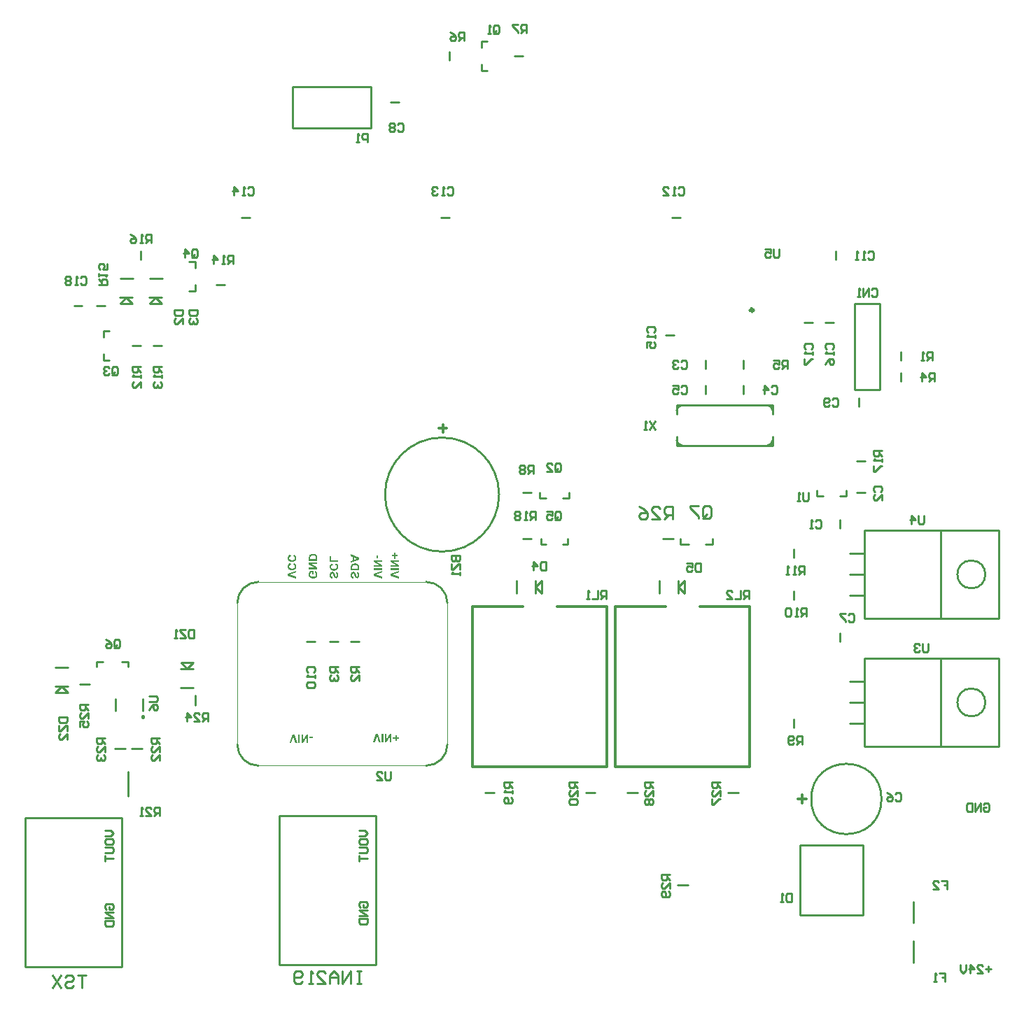
<source format=gbo>
G04 Layer_Color=32896*
%FSLAX25Y25*%
%MOIN*%
G70*
G01*
G75*
%ADD10C,0.01000*%
%ADD11C,0.01200*%
%ADD51C,0.00984*%
%ADD84C,0.01969*%
%ADD85C,0.01181*%
%ADD86C,0.00000*%
G36*
X795764Y482348D02*
X795607Y482306D01*
X795480Y482251D01*
X795365Y482197D01*
X795274Y482142D01*
X795208Y482094D01*
X795153Y482052D01*
X795129Y482027D01*
X795117Y482015D01*
X795050Y481924D01*
X795002Y481834D01*
X794966Y481743D01*
X794941Y481652D01*
X794929Y481580D01*
X794923Y481519D01*
X794917Y481495D01*
Y481477D01*
Y481471D01*
Y481465D01*
X794923Y481386D01*
X794929Y481314D01*
X794966Y481174D01*
X795014Y481053D01*
X795074Y480950D01*
X795135Y480872D01*
X795183Y480811D01*
X795220Y480775D01*
X795226Y480769D01*
X795232Y480763D01*
X795298Y480715D01*
X795371Y480678D01*
X795449Y480642D01*
X795534Y480612D01*
X795716Y480563D01*
X795891Y480533D01*
X795976Y480521D01*
X796055Y480509D01*
X796121Y480503D01*
X796188D01*
X796236Y480497D01*
X796309D01*
X796436Y480503D01*
X796557Y480509D01*
X796672Y480521D01*
X796768Y480539D01*
X796865Y480557D01*
X796950Y480581D01*
X797022Y480606D01*
X797089Y480636D01*
X797150Y480660D01*
X797198Y480684D01*
X797240Y480708D01*
X797277Y480727D01*
X797301Y480745D01*
X797325Y480757D01*
X797331Y480769D01*
X797337D01*
X797392Y480823D01*
X797446Y480878D01*
X797488Y480938D01*
X797525Y480993D01*
X797579Y481114D01*
X797615Y481229D01*
X797640Y481332D01*
X797646Y481374D01*
X797652Y481410D01*
X797658Y481440D01*
Y481465D01*
Y481477D01*
Y481483D01*
X797652Y481598D01*
X797627Y481701D01*
X797603Y481798D01*
X797567Y481876D01*
X797537Y481943D01*
X797507Y481985D01*
X797482Y482015D01*
X797476Y482027D01*
X797404Y482106D01*
X797325Y482166D01*
X797246Y482221D01*
X797168Y482257D01*
X797095Y482288D01*
X797041Y482312D01*
X797004Y482318D01*
X796998Y482324D01*
X796992D01*
X797180Y483116D01*
X797349Y483062D01*
X797494Y482995D01*
X797615Y482923D01*
X797718Y482856D01*
X797803Y482796D01*
X797857Y482747D01*
X797894Y482717D01*
X797906Y482711D01*
Y482705D01*
X797985Y482614D01*
X798051Y482523D01*
X798105Y482427D01*
X798160Y482330D01*
X798202Y482233D01*
X798233Y482130D01*
X798263Y482039D01*
X798287Y481943D01*
X798305Y481858D01*
X798317Y481779D01*
X798329Y481707D01*
X798335Y481646D01*
X798341Y481598D01*
Y481556D01*
Y481531D01*
Y481525D01*
X798335Y481374D01*
X798317Y481229D01*
X798293Y481090D01*
X798257Y480963D01*
X798214Y480842D01*
X798166Y480733D01*
X798118Y480630D01*
X798069Y480539D01*
X798015Y480454D01*
X797966Y480382D01*
X797918Y480321D01*
X797876Y480267D01*
X797839Y480231D01*
X797815Y480200D01*
X797797Y480182D01*
X797791Y480176D01*
X797682Y480085D01*
X797567Y480007D01*
X797446Y479940D01*
X797319Y479880D01*
X797192Y479831D01*
X797059Y479795D01*
X796938Y479759D01*
X796811Y479734D01*
X796696Y479710D01*
X796593Y479692D01*
X796496Y479686D01*
X796411Y479674D01*
X796345D01*
X796290Y479668D01*
X796248D01*
X796079Y479674D01*
X795915Y479692D01*
X795764Y479716D01*
X795625Y479746D01*
X795492Y479789D01*
X795371Y479831D01*
X795256Y479874D01*
X795159Y479922D01*
X795068Y479970D01*
X794990Y480013D01*
X794923Y480061D01*
X794869Y480097D01*
X794826Y480128D01*
X794796Y480152D01*
X794778Y480170D01*
X794772Y480176D01*
X794675Y480273D01*
X794596Y480376D01*
X794524Y480485D01*
X794463Y480593D01*
X794409Y480702D01*
X794367Y480811D01*
X794330Y480914D01*
X794300Y481017D01*
X794276Y481114D01*
X794264Y481199D01*
X794252Y481277D01*
X794240Y481344D01*
Y481398D01*
X794233Y481440D01*
Y481471D01*
Y481477D01*
X794240Y481592D01*
X794246Y481707D01*
X794264Y481810D01*
X794282Y481912D01*
X794306Y482003D01*
X794330Y482088D01*
X794360Y482166D01*
X794391Y482239D01*
X794421Y482306D01*
X794451Y482366D01*
X794476Y482414D01*
X794500Y482457D01*
X794518Y482487D01*
X794536Y482511D01*
X794542Y482523D01*
X794548Y482529D01*
X794609Y482608D01*
X794681Y482675D01*
X794832Y482802D01*
X794996Y482905D01*
X795153Y482983D01*
X795226Y483019D01*
X795298Y483050D01*
X795359Y483074D01*
X795413Y483092D01*
X795462Y483110D01*
X795492Y483122D01*
X795516Y483128D01*
X795522D01*
X795764Y482348D01*
D02*
G37*
G36*
Y478343D02*
X795607Y478301D01*
X795480Y478246D01*
X795365Y478192D01*
X795274Y478137D01*
X795208Y478089D01*
X795153Y478047D01*
X795129Y478022D01*
X795117Y478010D01*
X795050Y477919D01*
X795002Y477829D01*
X794966Y477738D01*
X794941Y477647D01*
X794929Y477574D01*
X794923Y477514D01*
X794917Y477490D01*
Y477472D01*
Y477466D01*
Y477460D01*
X794923Y477381D01*
X794929Y477308D01*
X794966Y477169D01*
X795014Y477048D01*
X795074Y476945D01*
X795135Y476867D01*
X795183Y476806D01*
X795220Y476770D01*
X795226Y476764D01*
X795232Y476758D01*
X795298Y476709D01*
X795371Y476673D01*
X795449Y476637D01*
X795534Y476607D01*
X795716Y476558D01*
X795891Y476528D01*
X795976Y476516D01*
X796055Y476504D01*
X796121Y476498D01*
X796188D01*
X796236Y476492D01*
X796309D01*
X796436Y476498D01*
X796557Y476504D01*
X796672Y476516D01*
X796768Y476534D01*
X796865Y476552D01*
X796950Y476576D01*
X797022Y476601D01*
X797089Y476631D01*
X797150Y476655D01*
X797198Y476679D01*
X797240Y476703D01*
X797277Y476721D01*
X797301Y476740D01*
X797325Y476752D01*
X797331Y476764D01*
X797337D01*
X797392Y476818D01*
X797446Y476873D01*
X797488Y476933D01*
X797525Y476988D01*
X797579Y477109D01*
X797615Y477224D01*
X797640Y477326D01*
X797646Y477369D01*
X797652Y477405D01*
X797658Y477435D01*
Y477460D01*
Y477472D01*
Y477478D01*
X797652Y477593D01*
X797627Y477696D01*
X797603Y477792D01*
X797567Y477871D01*
X797537Y477938D01*
X797507Y477980D01*
X797482Y478010D01*
X797476Y478022D01*
X797404Y478101D01*
X797325Y478161D01*
X797246Y478216D01*
X797168Y478252D01*
X797095Y478282D01*
X797041Y478307D01*
X797004Y478313D01*
X796998Y478319D01*
X796992D01*
X797180Y479111D01*
X797349Y479057D01*
X797494Y478990D01*
X797615Y478918D01*
X797718Y478851D01*
X797803Y478791D01*
X797857Y478742D01*
X797894Y478712D01*
X797906Y478706D01*
Y478700D01*
X797985Y478609D01*
X798051Y478518D01*
X798105Y478422D01*
X798160Y478325D01*
X798202Y478228D01*
X798233Y478125D01*
X798263Y478034D01*
X798287Y477938D01*
X798305Y477853D01*
X798317Y477774D01*
X798329Y477702D01*
X798335Y477641D01*
X798341Y477593D01*
Y477550D01*
Y477526D01*
Y477520D01*
X798335Y477369D01*
X798317Y477224D01*
X798293Y477084D01*
X798257Y476957D01*
X798214Y476836D01*
X798166Y476727D01*
X798118Y476625D01*
X798069Y476534D01*
X798015Y476449D01*
X797966Y476377D01*
X797918Y476316D01*
X797876Y476262D01*
X797839Y476225D01*
X797815Y476195D01*
X797797Y476177D01*
X797791Y476171D01*
X797682Y476080D01*
X797567Y476002D01*
X797446Y475935D01*
X797319Y475875D01*
X797192Y475826D01*
X797059Y475790D01*
X796938Y475753D01*
X796811Y475729D01*
X796696Y475705D01*
X796593Y475687D01*
X796496Y475681D01*
X796411Y475669D01*
X796345D01*
X796290Y475663D01*
X796248D01*
X796079Y475669D01*
X795915Y475687D01*
X795764Y475711D01*
X795625Y475741D01*
X795492Y475784D01*
X795371Y475826D01*
X795256Y475869D01*
X795159Y475917D01*
X795068Y475965D01*
X794990Y476008D01*
X794923Y476056D01*
X794869Y476092D01*
X794826Y476123D01*
X794796Y476147D01*
X794778Y476165D01*
X794772Y476171D01*
X794675Y476268D01*
X794596Y476371D01*
X794524Y476479D01*
X794463Y476588D01*
X794409Y476697D01*
X794367Y476806D01*
X794330Y476909D01*
X794300Y477012D01*
X794276Y477109D01*
X794264Y477193D01*
X794252Y477272D01*
X794240Y477339D01*
Y477393D01*
X794233Y477435D01*
Y477466D01*
Y477472D01*
X794240Y477587D01*
X794246Y477702D01*
X794264Y477804D01*
X794282Y477907D01*
X794306Y477998D01*
X794330Y478083D01*
X794360Y478161D01*
X794391Y478234D01*
X794421Y478301D01*
X794451Y478361D01*
X794476Y478409D01*
X794500Y478452D01*
X794518Y478482D01*
X794536Y478506D01*
X794542Y478518D01*
X794548Y478524D01*
X794609Y478603D01*
X794681Y478670D01*
X794832Y478797D01*
X794996Y478899D01*
X795153Y478978D01*
X795226Y479014D01*
X795298Y479045D01*
X795359Y479069D01*
X795413Y479087D01*
X795462Y479105D01*
X795492Y479117D01*
X795516Y479123D01*
X795522D01*
X795764Y478343D01*
D02*
G37*
G36*
X798275Y474544D02*
X795335Y473575D01*
X798275Y472565D01*
Y471700D01*
X794300Y473122D01*
Y473987D01*
X798275Y475403D01*
Y474544D01*
D02*
G37*
G36*
X806430Y473684D02*
X805758D01*
Y474598D01*
X805250D01*
X805195Y474525D01*
X805153Y474453D01*
X805111Y474380D01*
X805074Y474314D01*
X805044Y474253D01*
X805026Y474205D01*
X805014Y474174D01*
X805008Y474162D01*
X804978Y474065D01*
X804953Y473975D01*
X804935Y473890D01*
X804923Y473817D01*
X804917Y473751D01*
X804911Y473702D01*
Y473672D01*
Y473660D01*
X804917Y473569D01*
X804929Y473479D01*
X804941Y473394D01*
X804965Y473315D01*
X805020Y473176D01*
X805087Y473061D01*
X805117Y473007D01*
X805153Y472964D01*
X805183Y472928D01*
X805208Y472892D01*
X805232Y472868D01*
X805250Y472850D01*
X805256Y472844D01*
X805262Y472837D01*
X805335Y472783D01*
X805413Y472735D01*
X805492Y472692D01*
X805577Y472662D01*
X805758Y472602D01*
X805927Y472565D01*
X806012Y472553D01*
X806085Y472547D01*
X806151Y472541D01*
X806212Y472535D01*
X806260Y472529D01*
X806327D01*
X806448Y472535D01*
X806557Y472541D01*
X806666Y472559D01*
X806762Y472577D01*
X806847Y472602D01*
X806932Y472626D01*
X807004Y472650D01*
X807071Y472680D01*
X807131Y472710D01*
X807180Y472735D01*
X807222Y472759D01*
X807258Y472783D01*
X807283Y472801D01*
X807301Y472819D01*
X807313Y472825D01*
X807319Y472831D01*
X807379Y472892D01*
X807434Y472958D01*
X807476Y473025D01*
X807513Y473092D01*
X807573Y473231D01*
X807615Y473364D01*
X807640Y473485D01*
X807646Y473533D01*
X807652Y473582D01*
X807658Y473618D01*
Y473642D01*
Y473660D01*
Y473666D01*
X807652Y473787D01*
X807634Y473902D01*
X807603Y473999D01*
X807573Y474084D01*
X807543Y474150D01*
X807513Y474199D01*
X807494Y474229D01*
X807488Y474241D01*
X807422Y474320D01*
X807343Y474386D01*
X807271Y474441D01*
X807198Y474483D01*
X807131Y474519D01*
X807077Y474537D01*
X807041Y474549D01*
X807035Y474556D01*
X807028D01*
X807180Y475354D01*
X807277Y475330D01*
X807373Y475294D01*
X807537Y475221D01*
X807615Y475179D01*
X807682Y475130D01*
X807749Y475088D01*
X807803Y475040D01*
X807857Y474997D01*
X807900Y474955D01*
X807936Y474919D01*
X807972Y474882D01*
X807997Y474858D01*
X808015Y474834D01*
X808021Y474822D01*
X808027Y474816D01*
X808081Y474737D01*
X808130Y474646D01*
X808172Y474556D01*
X808208Y474465D01*
X808263Y474271D01*
X808305Y474090D01*
X808317Y473999D01*
X808323Y473920D01*
X808329Y473848D01*
X808335Y473787D01*
X808341Y473739D01*
Y473697D01*
Y473672D01*
Y473666D01*
X808335Y473460D01*
X808311Y473279D01*
X808293Y473194D01*
X808281Y473116D01*
X808263Y473043D01*
X808245Y472977D01*
X808220Y472922D01*
X808202Y472868D01*
X808190Y472825D01*
X808172Y472783D01*
X808160Y472753D01*
X808148Y472735D01*
X808142Y472722D01*
Y472716D01*
X808033Y472541D01*
X807918Y472384D01*
X807791Y472257D01*
X807670Y472148D01*
X807567Y472063D01*
X807519Y472033D01*
X807476Y472003D01*
X807446Y471984D01*
X807422Y471966D01*
X807404Y471960D01*
X807398Y471954D01*
X807210Y471869D01*
X807022Y471809D01*
X806835Y471761D01*
X806666Y471730D01*
X806587Y471724D01*
X806520Y471712D01*
X806454Y471706D01*
X806399D01*
X806357Y471700D01*
X806297D01*
X806085Y471712D01*
X805885Y471736D01*
X805710Y471773D01*
X805625Y471791D01*
X805546Y471815D01*
X805480Y471839D01*
X805419Y471857D01*
X805365Y471875D01*
X805316Y471894D01*
X805280Y471912D01*
X805256Y471918D01*
X805238Y471930D01*
X805232D01*
X805062Y472027D01*
X804911Y472136D01*
X804784Y472251D01*
X804681Y472360D01*
X804597Y472462D01*
X804560Y472505D01*
X804536Y472547D01*
X804518Y472577D01*
X804500Y472602D01*
X804494Y472614D01*
X804488Y472620D01*
X804439Y472710D01*
X804403Y472801D01*
X804336Y472989D01*
X804294Y473170D01*
X804258Y473340D01*
X804252Y473418D01*
X804239Y473485D01*
X804233Y473551D01*
Y473606D01*
X804227Y473648D01*
Y473678D01*
Y473702D01*
Y473709D01*
X804233Y473890D01*
X804258Y474065D01*
X804288Y474229D01*
X804318Y474374D01*
X804336Y474441D01*
X804354Y474501D01*
X804367Y474549D01*
X804379Y474592D01*
X804391Y474628D01*
X804403Y474652D01*
X804409Y474671D01*
Y474677D01*
X804482Y474846D01*
X804554Y474991D01*
X804627Y475118D01*
X804693Y475221D01*
X804754Y475306D01*
X804796Y475360D01*
X804826Y475397D01*
X804838Y475409D01*
X806430D01*
Y473684D01*
D02*
G37*
G36*
X815589Y474925D02*
X815710Y474906D01*
X815819Y474876D01*
X815909Y474852D01*
X815982Y474822D01*
X816042Y474792D01*
X816073Y474773D01*
X816085Y474767D01*
X816175Y474701D01*
X816260Y474634D01*
X816327Y474562D01*
X816387Y474489D01*
X816430Y474429D01*
X816466Y474380D01*
X816484Y474344D01*
X816490Y474338D01*
Y474332D01*
X816520Y474277D01*
X816545Y474217D01*
X816599Y474078D01*
X816641Y473939D01*
X816690Y473793D01*
X816720Y473666D01*
X816738Y473612D01*
X816750Y473563D01*
X816762Y473521D01*
X816768Y473491D01*
X816774Y473473D01*
Y473467D01*
X816799Y473364D01*
X816829Y473267D01*
X816853Y473182D01*
X816877Y473110D01*
X816895Y473037D01*
X816920Y472983D01*
X816938Y472928D01*
X816962Y472886D01*
X816980Y472844D01*
X816992Y472813D01*
X817016Y472765D01*
X817035Y472741D01*
X817041Y472735D01*
X817083Y472698D01*
X817119Y472668D01*
X817162Y472650D01*
X817198Y472632D01*
X817234Y472626D01*
X817258Y472620D01*
X817283D01*
X817337Y472626D01*
X817385Y472638D01*
X817428Y472656D01*
X817464Y472680D01*
X817494Y472704D01*
X817513Y472722D01*
X817525Y472735D01*
X817531Y472741D01*
X817579Y472819D01*
X817615Y472910D01*
X817640Y473001D01*
X817658Y473085D01*
X817670Y473164D01*
X817676Y473231D01*
Y473255D01*
Y473273D01*
Y473279D01*
Y473285D01*
X817670Y473406D01*
X817652Y473509D01*
X817634Y473594D01*
X817609Y473666D01*
X817579Y473721D01*
X817561Y473757D01*
X817543Y473781D01*
X817537Y473787D01*
X817482Y473848D01*
X817416Y473896D01*
X817343Y473932D01*
X817271Y473963D01*
X817204Y473987D01*
X817150Y473999D01*
X817113Y474011D01*
X817101D01*
X817131Y474816D01*
X817228Y474810D01*
X817325Y474792D01*
X817416Y474767D01*
X817500Y474743D01*
X817646Y474677D01*
X817712Y474646D01*
X817773Y474610D01*
X817827Y474574D01*
X817876Y474537D01*
X817918Y474507D01*
X817948Y474477D01*
X817972Y474453D01*
X817990Y474435D01*
X818003Y474423D01*
X818009Y474416D01*
X818069Y474344D01*
X818118Y474259D01*
X818166Y474174D01*
X818202Y474084D01*
X818263Y473896D01*
X818299Y473715D01*
X818311Y473630D01*
X818323Y473551D01*
X818329Y473479D01*
X818335Y473412D01*
X818341Y473364D01*
Y473321D01*
Y473297D01*
Y473291D01*
X818335Y473128D01*
X818317Y472977D01*
X818299Y472844D01*
X818275Y472728D01*
X818245Y472638D01*
X818233Y472602D01*
X818227Y472571D01*
X818214Y472547D01*
X818208Y472523D01*
X818202Y472517D01*
Y472511D01*
X818148Y472396D01*
X818081Y472299D01*
X818015Y472214D01*
X817948Y472148D01*
X817888Y472093D01*
X817839Y472051D01*
X817809Y472027D01*
X817803Y472021D01*
X817797D01*
X817694Y471966D01*
X817597Y471924D01*
X817500Y471894D01*
X817416Y471875D01*
X817337Y471863D01*
X817283Y471851D01*
X817228D01*
X817144Y471857D01*
X817059Y471869D01*
X816980Y471888D01*
X816908Y471906D01*
X816768Y471966D01*
X816653Y472033D01*
X816605Y472069D01*
X816557Y472099D01*
X816520Y472130D01*
X816490Y472160D01*
X816466Y472178D01*
X816448Y472196D01*
X816436Y472208D01*
X816430Y472214D01*
X816387Y472269D01*
X816345Y472329D01*
X816266Y472462D01*
X816200Y472614D01*
X816145Y472765D01*
X816097Y472898D01*
X816079Y472958D01*
X816067Y473013D01*
X816055Y473055D01*
X816042Y473085D01*
X816036Y473110D01*
Y473116D01*
X816012Y473207D01*
X815994Y473285D01*
X815976Y473358D01*
X815958Y473424D01*
X815940Y473485D01*
X815928Y473533D01*
X815915Y473582D01*
X815903Y473618D01*
X815885Y473678D01*
X815873Y473721D01*
X815861Y473745D01*
Y473751D01*
X815831Y473823D01*
X815800Y473884D01*
X815776Y473932D01*
X815746Y473975D01*
X815722Y474005D01*
X815704Y474023D01*
X815691Y474035D01*
X815685Y474041D01*
X815649Y474072D01*
X815607Y474090D01*
X815534Y474114D01*
X815498Y474120D01*
X815474Y474126D01*
X815450D01*
X815371Y474120D01*
X815298Y474096D01*
X815232Y474065D01*
X815177Y474029D01*
X815129Y473987D01*
X815099Y473957D01*
X815074Y473932D01*
X815068Y473926D01*
X815014Y473848D01*
X814972Y473757D01*
X814947Y473660D01*
X814923Y473563D01*
X814911Y473479D01*
X814905Y473412D01*
Y473382D01*
Y473364D01*
Y473352D01*
Y473346D01*
X814911Y473212D01*
X814935Y473098D01*
X814966Y473001D01*
X814996Y472916D01*
X815032Y472850D01*
X815056Y472801D01*
X815081Y472771D01*
X815086Y472759D01*
X815165Y472686D01*
X815256Y472626D01*
X815353Y472577D01*
X815444Y472541D01*
X815534Y472511D01*
X815601Y472493D01*
X815631Y472486D01*
X815649D01*
X815661Y472480D01*
X815667D01*
X815589Y471700D01*
X815468Y471718D01*
X815353Y471742D01*
X815244Y471773D01*
X815147Y471803D01*
X815056Y471845D01*
X814972Y471881D01*
X814899Y471924D01*
X814826Y471966D01*
X814772Y472009D01*
X814717Y472045D01*
X814675Y472081D01*
X814639Y472111D01*
X814609Y472142D01*
X814590Y472160D01*
X814578Y472172D01*
X814572Y472178D01*
X814512Y472257D01*
X814457Y472347D01*
X814415Y472438D01*
X814373Y472529D01*
X814342Y472626D01*
X814312Y472722D01*
X814270Y472910D01*
X814258Y473001D01*
X814246Y473079D01*
X814240Y473152D01*
X814233Y473212D01*
X814227Y473267D01*
Y473309D01*
Y473334D01*
Y473340D01*
X814233Y473527D01*
X814252Y473690D01*
X814270Y473836D01*
X814300Y473963D01*
X814312Y474017D01*
X814324Y474065D01*
X814336Y474102D01*
X814342Y474138D01*
X814354Y474162D01*
X814361Y474181D01*
X814367Y474193D01*
Y474199D01*
X814427Y474326D01*
X814500Y474429D01*
X814572Y474525D01*
X814645Y474598D01*
X814705Y474658D01*
X814760Y474701D01*
X814796Y474731D01*
X814802Y474737D01*
X814808D01*
X814923Y474804D01*
X815038Y474852D01*
X815147Y474882D01*
X815244Y474906D01*
X815329Y474919D01*
X815395Y474931D01*
X815456D01*
X815589Y474925D01*
D02*
G37*
G36*
X806448Y483473D02*
X806629Y483461D01*
X806793Y483437D01*
X806859Y483425D01*
X806926Y483413D01*
X806986Y483401D01*
X807035Y483389D01*
X807083Y483377D01*
X807119Y483364D01*
X807150Y483358D01*
X807168Y483352D01*
X807180Y483346D01*
X807186D01*
X807325Y483292D01*
X807446Y483231D01*
X807555Y483171D01*
X807652Y483110D01*
X807724Y483050D01*
X807779Y483007D01*
X807815Y482977D01*
X807827Y482971D01*
Y482965D01*
X807918Y482868D01*
X807997Y482765D01*
X808063Y482669D01*
X808111Y482578D01*
X808148Y482493D01*
X808178Y482433D01*
X808184Y482409D01*
X808190Y482390D01*
X808196Y482378D01*
Y482372D01*
X808220Y482263D01*
X808245Y482142D01*
X808257Y482021D01*
X808263Y481894D01*
X808269Y481785D01*
X808275Y481737D01*
Y481701D01*
Y481664D01*
Y481640D01*
Y481622D01*
Y481616D01*
Y480158D01*
X804300D01*
Y481658D01*
X804306Y481816D01*
X804312Y481961D01*
X804324Y482082D01*
X804342Y482179D01*
X804354Y482263D01*
X804367Y482318D01*
X804373Y482354D01*
X804379Y482366D01*
X804427Y482493D01*
X804475Y482602D01*
X804530Y482699D01*
X804584Y482784D01*
X804627Y482844D01*
X804663Y482893D01*
X804693Y482917D01*
X804699Y482929D01*
X804808Y483026D01*
X804923Y483110D01*
X805038Y483183D01*
X805153Y483243D01*
X805250Y483292D01*
X805292Y483310D01*
X805328Y483328D01*
X805359Y483340D01*
X805383Y483346D01*
X805395Y483352D01*
X805401D01*
X805540Y483395D01*
X805686Y483425D01*
X805825Y483449D01*
X805958Y483461D01*
X806073Y483473D01*
X806121D01*
X806163Y483479D01*
X806248D01*
X806448Y483473D01*
D02*
G37*
G36*
X808275Y478567D02*
X805607D01*
X808275Y476927D01*
Y476153D01*
X804300D01*
Y476897D01*
X806907D01*
X804300Y478506D01*
Y479311D01*
X808275D01*
Y478567D01*
D02*
G37*
G36*
X806129Y395591D02*
X804640D01*
Y396353D01*
X806129D01*
Y395591D01*
D02*
G37*
G36*
X846056Y396012D02*
X847096D01*
Y395310D01*
X846056D01*
Y394282D01*
X845360D01*
Y395310D01*
X844319D01*
Y396012D01*
X845360D01*
Y397040D01*
X846056D01*
Y396012D01*
D02*
G37*
G36*
X839727Y393634D02*
X838923D01*
Y397609D01*
X839727D01*
Y393634D01*
D02*
G37*
G36*
X838542D02*
X837683D01*
X836714Y396574D01*
X835704Y393634D01*
X834839D01*
X836261Y397609D01*
X837126D01*
X838542Y393634D01*
D02*
G37*
G36*
X843648D02*
X842904D01*
Y396302D01*
X841264Y393634D01*
X840490D01*
Y397609D01*
X841234D01*
Y395002D01*
X842843Y397609D01*
X843648D01*
Y393634D01*
D02*
G37*
G36*
X803884Y393437D02*
X803140D01*
Y396105D01*
X801500Y393437D01*
X800726D01*
Y397412D01*
X801470D01*
Y394805D01*
X803079Y397412D01*
X803884D01*
Y393437D01*
D02*
G37*
G36*
X799964D02*
X799159D01*
Y397412D01*
X799964D01*
Y393437D01*
D02*
G37*
G36*
X798778D02*
X797919D01*
X796951Y396378D01*
X795940Y393437D01*
X795075D01*
X796497Y397412D01*
X797362D01*
X798778Y393437D01*
D02*
G37*
G36*
X847275Y475784D02*
X843300D01*
Y476588D01*
X847275D01*
Y475784D01*
D02*
G37*
G36*
Y474544D02*
X844335Y473575D01*
X847275Y472565D01*
Y471700D01*
X843300Y473122D01*
Y473987D01*
X847275Y475403D01*
Y474544D01*
D02*
G37*
G36*
X839275Y475784D02*
X835300D01*
Y476588D01*
X839275D01*
Y475784D01*
D02*
G37*
G36*
Y474544D02*
X836335Y473575D01*
X839275Y472565D01*
Y471700D01*
X835300Y473122D01*
Y473987D01*
X839275Y475403D01*
Y474544D01*
D02*
G37*
G36*
X845599Y482917D02*
X846628D01*
Y482221D01*
X845599D01*
Y481180D01*
X844897D01*
Y482221D01*
X843869D01*
Y482917D01*
X844897D01*
Y483957D01*
X845599D01*
Y482917D01*
D02*
G37*
G36*
X847275Y479765D02*
X844607D01*
X847275Y478125D01*
Y477351D01*
X843300D01*
Y478095D01*
X845908D01*
X843300Y479704D01*
Y480509D01*
X847275D01*
Y479765D01*
D02*
G37*
G36*
X828275Y481604D02*
Y480757D01*
X824300Y479214D01*
Y480061D01*
X825201Y480388D01*
Y481991D01*
X824300Y482330D01*
Y483201D01*
X828275Y481604D01*
D02*
G37*
G36*
X814972Y480442D02*
X818239D01*
Y479638D01*
X814300D01*
Y482433D01*
X814972D01*
Y480442D01*
D02*
G37*
G36*
X837121Y481265D02*
X836359D01*
Y482753D01*
X837121D01*
Y481265D01*
D02*
G37*
G36*
X815764Y478149D02*
X815607Y478107D01*
X815480Y478053D01*
X815365Y477998D01*
X815274Y477944D01*
X815207Y477895D01*
X815153Y477853D01*
X815129Y477829D01*
X815117Y477817D01*
X815050Y477726D01*
X815002Y477635D01*
X814966Y477544D01*
X814941Y477454D01*
X814929Y477381D01*
X814923Y477320D01*
X814917Y477296D01*
Y477278D01*
Y477272D01*
Y477266D01*
X814923Y477187D01*
X814929Y477115D01*
X814966Y476976D01*
X815014Y476855D01*
X815074Y476752D01*
X815135Y476673D01*
X815183Y476613D01*
X815220Y476576D01*
X815226Y476570D01*
X815232Y476564D01*
X815298Y476516D01*
X815371Y476479D01*
X815450Y476443D01*
X815534Y476413D01*
X815716Y476365D01*
X815891Y476334D01*
X815976Y476322D01*
X816055Y476310D01*
X816121Y476304D01*
X816188D01*
X816236Y476298D01*
X816309D01*
X816436Y476304D01*
X816557Y476310D01*
X816672Y476322D01*
X816768Y476340D01*
X816865Y476359D01*
X816950Y476383D01*
X817023Y476407D01*
X817089Y476437D01*
X817150Y476461D01*
X817198Y476485D01*
X817240Y476510D01*
X817277Y476528D01*
X817301Y476546D01*
X817325Y476558D01*
X817331Y476570D01*
X817337D01*
X817392Y476625D01*
X817446Y476679D01*
X817488Y476740D01*
X817525Y476794D01*
X817579Y476915D01*
X817615Y477030D01*
X817640Y477133D01*
X817646Y477175D01*
X817652Y477212D01*
X817658Y477242D01*
Y477266D01*
Y477278D01*
Y477284D01*
X817652Y477399D01*
X817628Y477502D01*
X817603Y477599D01*
X817567Y477677D01*
X817537Y477744D01*
X817507Y477786D01*
X817482Y477817D01*
X817476Y477829D01*
X817404Y477907D01*
X817325Y477968D01*
X817246Y478022D01*
X817168Y478059D01*
X817095Y478089D01*
X817041Y478113D01*
X817004Y478119D01*
X816998Y478125D01*
X816992D01*
X817180Y478918D01*
X817349Y478863D01*
X817494Y478797D01*
X817615Y478724D01*
X817718Y478657D01*
X817803Y478597D01*
X817857Y478549D01*
X817894Y478518D01*
X817906Y478512D01*
Y478506D01*
X817984Y478415D01*
X818051Y478325D01*
X818106Y478228D01*
X818160Y478131D01*
X818202Y478034D01*
X818233Y477931D01*
X818263Y477841D01*
X818287Y477744D01*
X818305Y477659D01*
X818317Y477581D01*
X818329Y477508D01*
X818335Y477448D01*
X818341Y477399D01*
Y477357D01*
Y477332D01*
Y477326D01*
X818335Y477175D01*
X818317Y477030D01*
X818293Y476891D01*
X818257Y476764D01*
X818214Y476643D01*
X818166Y476534D01*
X818118Y476431D01*
X818069Y476340D01*
X818015Y476256D01*
X817966Y476183D01*
X817918Y476123D01*
X817876Y476068D01*
X817839Y476032D01*
X817815Y476002D01*
X817797Y475983D01*
X817791Y475977D01*
X817682Y475887D01*
X817567Y475808D01*
X817446Y475741D01*
X817319Y475681D01*
X817192Y475632D01*
X817059Y475596D01*
X816938Y475560D01*
X816811Y475536D01*
X816696Y475512D01*
X816593Y475493D01*
X816496Y475487D01*
X816411Y475475D01*
X816345D01*
X816290Y475469D01*
X816248D01*
X816079Y475475D01*
X815915Y475493D01*
X815764Y475518D01*
X815625Y475548D01*
X815492Y475590D01*
X815371Y475632D01*
X815256Y475675D01*
X815159Y475723D01*
X815068Y475772D01*
X814990Y475814D01*
X814923Y475862D01*
X814869Y475899D01*
X814826Y475929D01*
X814796Y475953D01*
X814778Y475971D01*
X814772Y475977D01*
X814675Y476074D01*
X814596Y476177D01*
X814524Y476286D01*
X814463Y476395D01*
X814409Y476504D01*
X814367Y476613D01*
X814330Y476715D01*
X814300Y476818D01*
X814276Y476915D01*
X814264Y477000D01*
X814252Y477078D01*
X814240Y477145D01*
Y477199D01*
X814233Y477242D01*
Y477272D01*
Y477278D01*
X814240Y477393D01*
X814246Y477508D01*
X814264Y477611D01*
X814282Y477714D01*
X814306Y477804D01*
X814330Y477889D01*
X814361Y477968D01*
X814391Y478040D01*
X814421Y478107D01*
X814451Y478167D01*
X814476Y478216D01*
X814500Y478258D01*
X814518Y478289D01*
X814536Y478313D01*
X814542Y478325D01*
X814548Y478331D01*
X814609Y478409D01*
X814681Y478476D01*
X814832Y478603D01*
X814996Y478706D01*
X815153Y478785D01*
X815226Y478821D01*
X815298Y478851D01*
X815359Y478875D01*
X815413Y478894D01*
X815462Y478912D01*
X815492Y478924D01*
X815516Y478930D01*
X815522D01*
X815764Y478149D01*
D02*
G37*
G36*
X839275Y479765D02*
X836607D01*
X839275Y478125D01*
Y477351D01*
X835300D01*
Y478095D01*
X837908D01*
X835300Y479704D01*
Y480509D01*
X839275D01*
Y479765D01*
D02*
G37*
G36*
X826448Y478930D02*
X826629Y478918D01*
X826793Y478894D01*
X826859Y478881D01*
X826926Y478869D01*
X826986Y478857D01*
X827035Y478845D01*
X827083Y478833D01*
X827119Y478821D01*
X827150Y478815D01*
X827168Y478809D01*
X827180Y478803D01*
X827186D01*
X827325Y478748D01*
X827446Y478688D01*
X827555Y478627D01*
X827652Y478567D01*
X827724Y478506D01*
X827779Y478464D01*
X827815Y478434D01*
X827827Y478428D01*
Y478422D01*
X827918Y478325D01*
X827997Y478222D01*
X828063Y478125D01*
X828111Y478034D01*
X828148Y477950D01*
X828178Y477889D01*
X828184Y477865D01*
X828190Y477847D01*
X828196Y477835D01*
Y477829D01*
X828220Y477720D01*
X828245Y477599D01*
X828257Y477478D01*
X828263Y477351D01*
X828269Y477242D01*
X828275Y477193D01*
Y477157D01*
Y477121D01*
Y477097D01*
Y477078D01*
Y477072D01*
Y475614D01*
X824300D01*
Y477115D01*
X824306Y477272D01*
X824312Y477417D01*
X824324Y477538D01*
X824342Y477635D01*
X824354Y477720D01*
X824366Y477774D01*
X824373Y477810D01*
X824379Y477823D01*
X824427Y477950D01*
X824475Y478059D01*
X824530Y478155D01*
X824584Y478240D01*
X824627Y478301D01*
X824663Y478349D01*
X824693Y478373D01*
X824699Y478385D01*
X824808Y478482D01*
X824923Y478567D01*
X825038Y478639D01*
X825153Y478700D01*
X825250Y478748D01*
X825292Y478766D01*
X825329Y478785D01*
X825359Y478797D01*
X825383Y478803D01*
X825395Y478809D01*
X825401D01*
X825540Y478851D01*
X825685Y478881D01*
X825825Y478906D01*
X825958Y478918D01*
X826073Y478930D01*
X826121D01*
X826163Y478936D01*
X826248D01*
X826448Y478930D01*
D02*
G37*
G36*
X825589Y474925D02*
X825710Y474906D01*
X825819Y474876D01*
X825909Y474852D01*
X825982Y474822D01*
X826042Y474792D01*
X826073Y474773D01*
X826085Y474767D01*
X826175Y474701D01*
X826260Y474634D01*
X826327Y474562D01*
X826387Y474489D01*
X826430Y474429D01*
X826466Y474380D01*
X826484Y474344D01*
X826490Y474338D01*
Y474332D01*
X826520Y474277D01*
X826544Y474217D01*
X826599Y474078D01*
X826641Y473939D01*
X826690Y473793D01*
X826720Y473666D01*
X826738Y473612D01*
X826750Y473563D01*
X826762Y473521D01*
X826768Y473491D01*
X826775Y473473D01*
Y473467D01*
X826799Y473364D01*
X826829Y473267D01*
X826853Y473182D01*
X826877Y473110D01*
X826895Y473037D01*
X826920Y472983D01*
X826938Y472928D01*
X826962Y472886D01*
X826980Y472844D01*
X826992Y472813D01*
X827017Y472765D01*
X827035Y472741D01*
X827041Y472735D01*
X827083Y472698D01*
X827119Y472668D01*
X827162Y472650D01*
X827198Y472632D01*
X827234Y472626D01*
X827258Y472620D01*
X827283D01*
X827337Y472626D01*
X827386Y472638D01*
X827428Y472656D01*
X827464Y472680D01*
X827494Y472704D01*
X827513Y472722D01*
X827525Y472735D01*
X827531Y472741D01*
X827579Y472819D01*
X827615Y472910D01*
X827640Y473001D01*
X827658Y473085D01*
X827670Y473164D01*
X827676Y473231D01*
Y473255D01*
Y473273D01*
Y473279D01*
Y473285D01*
X827670Y473406D01*
X827652Y473509D01*
X827633Y473594D01*
X827609Y473666D01*
X827579Y473721D01*
X827561Y473757D01*
X827543Y473781D01*
X827537Y473787D01*
X827482Y473848D01*
X827416Y473896D01*
X827343Y473932D01*
X827271Y473963D01*
X827204Y473987D01*
X827150Y473999D01*
X827113Y474011D01*
X827101D01*
X827131Y474816D01*
X827228Y474810D01*
X827325Y474792D01*
X827416Y474767D01*
X827500Y474743D01*
X827646Y474677D01*
X827712Y474646D01*
X827773Y474610D01*
X827827Y474574D01*
X827876Y474537D01*
X827918Y474507D01*
X827948Y474477D01*
X827972Y474453D01*
X827991Y474435D01*
X828003Y474423D01*
X828009Y474416D01*
X828069Y474344D01*
X828117Y474259D01*
X828166Y474174D01*
X828202Y474084D01*
X828263Y473896D01*
X828299Y473715D01*
X828311Y473630D01*
X828323Y473551D01*
X828329Y473479D01*
X828335Y473412D01*
X828341Y473364D01*
Y473321D01*
Y473297D01*
Y473291D01*
X828335Y473128D01*
X828317Y472977D01*
X828299Y472844D01*
X828275Y472728D01*
X828245Y472638D01*
X828232Y472602D01*
X828226Y472571D01*
X828214Y472547D01*
X828208Y472523D01*
X828202Y472517D01*
Y472511D01*
X828148Y472396D01*
X828081Y472299D01*
X828015Y472214D01*
X827948Y472148D01*
X827888Y472093D01*
X827839Y472051D01*
X827809Y472027D01*
X827803Y472021D01*
X827797D01*
X827694Y471966D01*
X827597Y471924D01*
X827500Y471894D01*
X827416Y471875D01*
X827337Y471863D01*
X827283Y471851D01*
X827228D01*
X827143Y471857D01*
X827059Y471869D01*
X826980Y471888D01*
X826908Y471906D01*
X826768Y471966D01*
X826653Y472033D01*
X826605Y472069D01*
X826557Y472099D01*
X826520Y472130D01*
X826490Y472160D01*
X826466Y472178D01*
X826448Y472196D01*
X826436Y472208D01*
X826430Y472214D01*
X826387Y472269D01*
X826345Y472329D01*
X826266Y472462D01*
X826200Y472614D01*
X826145Y472765D01*
X826097Y472898D01*
X826079Y472958D01*
X826067Y473013D01*
X826054Y473055D01*
X826042Y473085D01*
X826036Y473110D01*
Y473116D01*
X826012Y473207D01*
X825994Y473285D01*
X825976Y473358D01*
X825958Y473424D01*
X825940Y473485D01*
X825927Y473533D01*
X825915Y473582D01*
X825903Y473618D01*
X825885Y473678D01*
X825873Y473721D01*
X825861Y473745D01*
Y473751D01*
X825831Y473823D01*
X825800Y473884D01*
X825776Y473932D01*
X825746Y473975D01*
X825722Y474005D01*
X825704Y474023D01*
X825692Y474035D01*
X825685Y474041D01*
X825649Y474072D01*
X825607Y474090D01*
X825534Y474114D01*
X825498Y474120D01*
X825474Y474126D01*
X825449D01*
X825371Y474120D01*
X825298Y474096D01*
X825232Y474065D01*
X825177Y474029D01*
X825129Y473987D01*
X825099Y473957D01*
X825074Y473932D01*
X825068Y473926D01*
X825014Y473848D01*
X824972Y473757D01*
X824947Y473660D01*
X824923Y473563D01*
X824911Y473479D01*
X824905Y473412D01*
Y473382D01*
Y473364D01*
Y473352D01*
Y473346D01*
X824911Y473212D01*
X824935Y473098D01*
X824965Y473001D01*
X824996Y472916D01*
X825032Y472850D01*
X825056Y472801D01*
X825080Y472771D01*
X825086Y472759D01*
X825165Y472686D01*
X825256Y472626D01*
X825353Y472577D01*
X825443Y472541D01*
X825534Y472511D01*
X825601Y472493D01*
X825631Y472486D01*
X825649D01*
X825661Y472480D01*
X825667D01*
X825589Y471700D01*
X825468Y471718D01*
X825353Y471742D01*
X825244Y471773D01*
X825147Y471803D01*
X825056Y471845D01*
X824972Y471881D01*
X824899Y471924D01*
X824826Y471966D01*
X824772Y472009D01*
X824717Y472045D01*
X824675Y472081D01*
X824639Y472111D01*
X824609Y472142D01*
X824590Y472160D01*
X824578Y472172D01*
X824572Y472178D01*
X824512Y472257D01*
X824457Y472347D01*
X824415Y472438D01*
X824373Y472529D01*
X824342Y472626D01*
X824312Y472722D01*
X824270Y472910D01*
X824258Y473001D01*
X824246Y473079D01*
X824240Y473152D01*
X824234Y473212D01*
X824227Y473267D01*
Y473309D01*
Y473334D01*
Y473340D01*
X824234Y473527D01*
X824252Y473690D01*
X824270Y473836D01*
X824300Y473963D01*
X824312Y474017D01*
X824324Y474065D01*
X824336Y474102D01*
X824342Y474138D01*
X824354Y474162D01*
X824360Y474181D01*
X824366Y474193D01*
Y474199D01*
X824427Y474326D01*
X824500Y474429D01*
X824572Y474525D01*
X824645Y474598D01*
X824705Y474658D01*
X824760Y474701D01*
X824796Y474731D01*
X824802Y474737D01*
X824808D01*
X824923Y474804D01*
X825038Y474852D01*
X825147Y474882D01*
X825244Y474906D01*
X825329Y474919D01*
X825395Y474931D01*
X825456D01*
X825589Y474925D01*
D02*
G37*
%LPC*%
G36*
X806399Y482651D02*
X806284D01*
X806121Y482644D01*
X805976Y482638D01*
X805849Y482626D01*
X805746Y482608D01*
X805661Y482590D01*
X805601Y482578D01*
X805583Y482572D01*
X805564D01*
X805558Y482566D01*
X805552D01*
X805462Y482536D01*
X805383Y482499D01*
X805316Y482469D01*
X805262Y482433D01*
X805220Y482403D01*
X805195Y482384D01*
X805177Y482366D01*
X805171Y482360D01*
X805129Y482312D01*
X805099Y482257D01*
X805044Y482148D01*
X805032Y482106D01*
X805020Y482070D01*
X805008Y482039D01*
Y482033D01*
X804996Y481973D01*
X804990Y481900D01*
X804978Y481816D01*
Y481743D01*
X804972Y481670D01*
Y481610D01*
Y481586D01*
Y481568D01*
Y481562D01*
Y481556D01*
Y480963D01*
X807603D01*
Y481320D01*
Y481404D01*
Y481489D01*
X807597Y481562D01*
Y481628D01*
X807591Y481689D01*
Y481737D01*
X807585Y481785D01*
Y481828D01*
X807573Y481894D01*
X807567Y481937D01*
X807561Y481967D01*
Y481973D01*
X807537Y482052D01*
X807513Y482124D01*
X807482Y482191D01*
X807452Y482239D01*
X807422Y482281D01*
X807398Y482318D01*
X807379Y482336D01*
X807373Y482342D01*
X807319Y482396D01*
X807252Y482439D01*
X807192Y482475D01*
X807125Y482511D01*
X807071Y482536D01*
X807028Y482554D01*
X806998Y482560D01*
X806986Y482566D01*
X806889Y482596D01*
X806774Y482614D01*
X806660Y482632D01*
X806544Y482638D01*
X806442Y482644D01*
X806399Y482651D01*
D02*
G37*
G36*
X825873Y481731D02*
Y480636D01*
X827349Y481174D01*
X825873Y481731D01*
D02*
G37*
G36*
X826399Y478107D02*
X826284D01*
X826121Y478101D01*
X825976Y478095D01*
X825849Y478083D01*
X825746Y478065D01*
X825661Y478047D01*
X825601Y478034D01*
X825583Y478028D01*
X825564D01*
X825558Y478022D01*
X825552D01*
X825462Y477992D01*
X825383Y477956D01*
X825316Y477925D01*
X825262Y477889D01*
X825220Y477859D01*
X825195Y477841D01*
X825177Y477823D01*
X825171Y477817D01*
X825129Y477768D01*
X825099Y477714D01*
X825044Y477605D01*
X825032Y477562D01*
X825020Y477526D01*
X825008Y477496D01*
Y477490D01*
X824996Y477429D01*
X824990Y477357D01*
X824978Y477272D01*
Y477199D01*
X824972Y477127D01*
Y477066D01*
Y477042D01*
Y477024D01*
Y477018D01*
Y477012D01*
Y476419D01*
X827603D01*
Y476776D01*
Y476861D01*
Y476945D01*
X827597Y477018D01*
Y477084D01*
X827591Y477145D01*
Y477193D01*
X827585Y477242D01*
Y477284D01*
X827573Y477351D01*
X827567Y477393D01*
X827561Y477423D01*
Y477429D01*
X827537Y477508D01*
X827513Y477581D01*
X827482Y477647D01*
X827452Y477696D01*
X827422Y477738D01*
X827398Y477774D01*
X827379Y477792D01*
X827373Y477798D01*
X827319Y477853D01*
X827252Y477895D01*
X827192Y477931D01*
X827125Y477968D01*
X827071Y477992D01*
X827028Y478010D01*
X826998Y478016D01*
X826986Y478022D01*
X826889Y478053D01*
X826775Y478071D01*
X826659Y478089D01*
X826544Y478095D01*
X826442Y478101D01*
X826399Y478107D01*
D02*
G37*
%LPD*%
D10*
X870213Y460109D02*
G03*
X860213Y470109I-10000J0D01*
G01*
Y382550D02*
G03*
X870213Y392550I0J10000D01*
G01*
X770213D02*
G03*
X780213Y382550I10000J0D01*
G01*
Y470109D02*
G03*
X770213Y460109I0J-10000D01*
G01*
X894867Y511724D02*
G03*
X894867Y511724I-27165J0D01*
G01*
X1119772Y480338D02*
G03*
X1119783Y480338I11J-6654D01*
G01*
X1119772Y419338D02*
G03*
X1119783Y419338I11J-6654D01*
G01*
X915214Y464786D02*
Y470614D01*
X728386Y602786D02*
X734214D01*
X714386D02*
X720214D01*
X683619Y417362D02*
X689448D01*
X983214Y464786D02*
Y470614D01*
X743388Y431584D02*
X749217D01*
X1057300Y495700D02*
Y499700D01*
X1105216Y453113D02*
Y494747D01*
Y392113D02*
Y433747D01*
X669300Y357700D02*
X715300D01*
Y286700D02*
Y357700D01*
X669300Y286700D02*
X715300D01*
X669300D02*
Y357700D01*
X790300Y287700D02*
Y358700D01*
Y287700D02*
X836300D01*
Y358700D01*
X790300D02*
X836300D01*
X1013900Y462100D02*
Y466099D01*
X1011901D01*
X1011234Y465432D01*
Y464099D01*
X1011901Y463433D01*
X1013900D01*
X1012567D02*
X1011234Y462100D01*
X1009901Y466099D02*
Y462100D01*
X1007236D01*
X1003237D02*
X1005903D01*
X1003237Y464766D01*
Y465432D01*
X1003903Y466099D01*
X1005236D01*
X1005903Y465432D01*
X968300Y374700D02*
X964301D01*
Y372701D01*
X964968Y372034D01*
X966301D01*
X966967Y372701D01*
Y374700D01*
Y373367D02*
X968300Y372034D01*
Y368036D02*
Y370701D01*
X965634Y368036D01*
X964968D01*
X964301Y368702D01*
Y370035D01*
X964968Y370701D01*
Y366703D02*
X964301Y366036D01*
Y364703D01*
X964968Y364037D01*
X965634D01*
X966301Y364703D01*
X966967Y364037D01*
X967634D01*
X968300Y364703D01*
Y366036D01*
X967634Y366703D01*
X966967D01*
X966301Y366036D01*
X965634Y366703D01*
X964968D01*
X966301Y366036D02*
Y364703D01*
X1000300Y374700D02*
X996301D01*
Y372701D01*
X996968Y372034D01*
X998301D01*
X998967Y372701D01*
Y374700D01*
Y373367D02*
X1000300Y372034D01*
Y368036D02*
Y370701D01*
X997634Y368036D01*
X996968D01*
X996301Y368702D01*
Y370035D01*
X996968Y370701D01*
X996301Y366703D02*
Y364037D01*
X996968D01*
X999634Y366703D01*
X1000300D01*
X977500Y500200D02*
Y506198D01*
X974501D01*
X973501Y505198D01*
Y503199D01*
X974501Y502199D01*
X977500D01*
X975501D02*
X973501Y500200D01*
X967503D02*
X971502D01*
X967503Y504199D01*
Y505198D01*
X968503Y506198D01*
X970502D01*
X971502Y505198D01*
X961505Y506198D02*
X963505Y505198D01*
X965504Y503199D01*
Y501200D01*
X964504Y500200D01*
X962505D01*
X961505Y501200D01*
Y502199D01*
X962505Y503199D01*
X965504D01*
X991901Y501400D02*
Y505398D01*
X992901Y506398D01*
X994900D01*
X995900Y505398D01*
Y501400D01*
X994900Y500400D01*
X992901D01*
X993901Y502399D02*
X991901Y500400D01*
X992901D02*
X991901Y501400D01*
X989902Y506398D02*
X985903D01*
Y505398D01*
X989902Y501400D01*
Y500400D01*
X991000Y478999D02*
Y475000D01*
X989001D01*
X988334Y475666D01*
Y478332D01*
X989001Y478999D01*
X991000D01*
X984336D02*
X987001D01*
Y476999D01*
X985668Y477666D01*
X985002D01*
X984336Y476999D01*
Y475666D01*
X985002Y475000D01*
X986335D01*
X987001Y475666D01*
X1105634Y327599D02*
X1108300D01*
Y325599D01*
X1106967D01*
X1108300D01*
Y323600D01*
X1101635D02*
X1104301D01*
X1101635Y326266D01*
Y326932D01*
X1102302Y327599D01*
X1103635D01*
X1104301Y326932D01*
X728301Y415700D02*
X731634D01*
X732300Y415034D01*
Y413701D01*
X731634Y413034D01*
X728301D01*
Y409035D02*
X728968Y410368D01*
X730301Y411701D01*
X731634D01*
X732300Y411035D01*
Y409702D01*
X731634Y409035D01*
X730967D01*
X730301Y409702D01*
Y411701D01*
X699300Y411700D02*
X695301D01*
Y409701D01*
X695968Y409034D01*
X697301D01*
X697967Y409701D01*
Y411700D01*
Y410367D02*
X699300Y409034D01*
Y405035D02*
Y407701D01*
X696634Y405035D01*
X695968D01*
X695301Y405702D01*
Y407035D01*
X695968Y407701D01*
X695301Y401037D02*
Y403703D01*
X697301D01*
X696634Y402370D01*
Y401703D01*
X697301Y401037D01*
X698634D01*
X699300Y401703D01*
Y403036D01*
X698634Y403703D01*
X756300Y403700D02*
Y407699D01*
X754301D01*
X753634Y407032D01*
Y405699D01*
X754301Y405033D01*
X756300D01*
X754967D02*
X753634Y403700D01*
X749636D02*
X752301D01*
X749636Y406366D01*
Y407032D01*
X750302Y407699D01*
X751635D01*
X752301Y407032D01*
X746303Y403700D02*
Y407699D01*
X748303Y405699D01*
X745637D01*
X707300Y395700D02*
X703301D01*
Y393701D01*
X703968Y393034D01*
X705301D01*
X705967Y393701D01*
Y395700D01*
Y394367D02*
X707300Y393034D01*
Y389036D02*
Y391701D01*
X704634Y389036D01*
X703968D01*
X703301Y389702D01*
Y391035D01*
X703968Y391701D01*
Y387703D02*
X703301Y387036D01*
Y385703D01*
X703968Y385037D01*
X704634D01*
X705301Y385703D01*
Y386370D01*
Y385703D01*
X705967Y385037D01*
X706634D01*
X707300Y385703D01*
Y387036D01*
X706634Y387703D01*
X733300Y395700D02*
X729301D01*
Y393701D01*
X729968Y393034D01*
X731301D01*
X731967Y393701D01*
Y395700D01*
Y394367D02*
X733300Y393034D01*
Y389036D02*
Y391701D01*
X730634Y389036D01*
X729968D01*
X729301Y389702D01*
Y391035D01*
X729968Y391701D01*
X733300Y385037D02*
Y387703D01*
X730634Y385037D01*
X729968D01*
X729301Y385703D01*
Y387036D01*
X729968Y387703D01*
X733300Y358700D02*
Y362699D01*
X731301D01*
X730634Y362032D01*
Y360699D01*
X731301Y360033D01*
X733300D01*
X731967D02*
X730634Y358700D01*
X726636D02*
X729301D01*
X726636Y361366D01*
Y362032D01*
X727302Y362699D01*
X728635D01*
X729301Y362032D01*
X725303Y358700D02*
X723970D01*
X724636D01*
Y362699D01*
X725303Y362032D01*
X711634Y439366D02*
Y442032D01*
X712301Y442699D01*
X713634D01*
X714300Y442032D01*
Y439366D01*
X713634Y438700D01*
X712301D01*
X712967Y440033D02*
X711634Y438700D01*
X712301D02*
X711634Y439366D01*
X707635Y442699D02*
X708968Y442032D01*
X710301Y440699D01*
Y439366D01*
X709635Y438700D01*
X708302D01*
X707635Y439366D01*
Y440033D01*
X708302Y440699D01*
X710301D01*
X685301Y405700D02*
X689300D01*
Y403701D01*
X688634Y403034D01*
X685968D01*
X685301Y403701D01*
Y405700D01*
Y401701D02*
Y399036D01*
X685968D01*
X688634Y401701D01*
X689300D01*
Y399036D01*
Y395037D02*
Y397703D01*
X686634Y395037D01*
X685968D01*
X685301Y395703D01*
Y397036D01*
X685968Y397703D01*
X749603Y447368D02*
Y443369D01*
X747603D01*
X746937Y444036D01*
Y446702D01*
X747603Y447368D01*
X749603D01*
X745604D02*
X742938D01*
Y446702D01*
X745604Y444036D01*
Y443369D01*
X742938D01*
X741605D02*
X740272D01*
X740939D01*
Y447368D01*
X741605Y446702D01*
X932300Y374700D02*
X928301D01*
Y372701D01*
X928968Y372034D01*
X930301D01*
X930967Y372701D01*
Y374700D01*
Y373367D02*
X932300Y372034D01*
Y368036D02*
Y370701D01*
X929634Y368036D01*
X928968D01*
X928301Y368702D01*
Y370035D01*
X928968Y370701D01*
Y366703D02*
X928301Y366036D01*
Y364703D01*
X928968Y364037D01*
X931633D01*
X932300Y364703D01*
Y366036D01*
X931633Y366703D01*
X928968D01*
X901300Y374700D02*
X897301D01*
Y372701D01*
X897968Y372034D01*
X899301D01*
X899967Y372701D01*
Y374700D01*
Y373367D02*
X901300Y372034D01*
Y370701D02*
Y369368D01*
Y370035D01*
X897301D01*
X897968Y370701D01*
X900634Y367369D02*
X901300Y366703D01*
Y365370D01*
X900634Y364703D01*
X897968D01*
X897301Y365370D01*
Y366703D01*
X897968Y367369D01*
X898634D01*
X899301Y366703D01*
Y364703D01*
X945900Y462100D02*
Y466099D01*
X943901D01*
X943234Y465432D01*
Y464099D01*
X943901Y463433D01*
X945900D01*
X944567D02*
X943234Y462100D01*
X941901Y466099D02*
Y462100D01*
X939235D01*
X937903D02*
X936570D01*
X937236D01*
Y466099D01*
X937903Y465432D01*
X912300Y499700D02*
Y503699D01*
X910301D01*
X909634Y503032D01*
Y501699D01*
X910301Y501033D01*
X912300D01*
X910967D02*
X909634Y499700D01*
X908301D02*
X906968D01*
X907635D01*
Y503699D01*
X908301Y503032D01*
X904969D02*
X904303Y503699D01*
X902970D01*
X902303Y503032D01*
Y502366D01*
X902970Y501699D01*
X902303Y501033D01*
Y500366D01*
X902970Y499700D01*
X904303D01*
X904969Y500366D01*
Y501033D01*
X904303Y501699D01*
X904969Y502366D01*
Y503032D01*
X904303Y501699D02*
X902970D01*
X921634Y500366D02*
Y503032D01*
X922301Y503699D01*
X923633D01*
X924300Y503032D01*
Y500366D01*
X923633Y499700D01*
X922301D01*
X922967Y501033D02*
X921634Y499700D01*
X922301D02*
X921634Y500366D01*
X917636Y503699D02*
X920301D01*
Y501699D01*
X918968Y502366D01*
X918302D01*
X917636Y501699D01*
Y500366D01*
X918302Y499700D01*
X919635D01*
X920301Y500366D01*
X917300Y479699D02*
Y475700D01*
X915301D01*
X914634Y476366D01*
Y479032D01*
X915301Y479699D01*
X917300D01*
X911302Y475700D02*
Y479699D01*
X913301Y477699D01*
X910635D01*
X1077300Y532700D02*
X1073301D01*
Y530701D01*
X1073968Y530034D01*
X1075301D01*
X1075967Y530701D01*
Y532700D01*
Y531367D02*
X1077300Y530034D01*
Y528701D02*
Y527368D01*
Y528035D01*
X1073301D01*
X1073968Y528701D01*
X1073301Y525369D02*
Y522703D01*
X1073968D01*
X1076633Y525369D01*
X1077300D01*
X695634Y615032D02*
X696301Y615699D01*
X697634D01*
X698300Y615032D01*
Y612366D01*
X697634Y611700D01*
X696301D01*
X695634Y612366D01*
X694301Y611700D02*
X692968D01*
X693635D01*
Y615699D01*
X694301Y615032D01*
X690969D02*
X690303Y615699D01*
X688970D01*
X688303Y615032D01*
Y614366D01*
X688970Y613699D01*
X688303Y613033D01*
Y612366D01*
X688970Y611700D01*
X690303D01*
X690969Y612366D01*
Y613033D01*
X690303Y613699D01*
X690969Y614366D01*
Y615032D01*
X690303Y613699D02*
X688970D01*
X775034Y657632D02*
X775701Y658299D01*
X777034D01*
X777700Y657632D01*
Y654966D01*
X777034Y654300D01*
X775701D01*
X775034Y654966D01*
X773701Y654300D02*
X772368D01*
X773035D01*
Y658299D01*
X773701Y657632D01*
X768370Y654300D02*
Y658299D01*
X770369Y656299D01*
X767703D01*
X870034Y657632D02*
X870701Y658299D01*
X872034D01*
X872700Y657632D01*
Y654966D01*
X872034Y654300D01*
X870701D01*
X870034Y654966D01*
X868701Y654300D02*
X867368D01*
X868035D01*
Y658299D01*
X868701Y657632D01*
X865369D02*
X864703Y658299D01*
X863370D01*
X862703Y657632D01*
Y656966D01*
X863370Y656299D01*
X864036D01*
X863370D01*
X862703Y655633D01*
Y654966D01*
X863370Y654300D01*
X864703D01*
X865369Y654966D01*
X980034Y657632D02*
X980701Y658299D01*
X982034D01*
X982700Y657632D01*
Y654966D01*
X982034Y654300D01*
X980701D01*
X980034Y654966D01*
X978701Y654300D02*
X977368D01*
X978035D01*
Y658299D01*
X978701Y657632D01*
X972703Y654300D02*
X975369D01*
X972703Y656966D01*
Y657632D01*
X973370Y658299D01*
X974703D01*
X975369Y657632D01*
X1070634Y627032D02*
X1071301Y627699D01*
X1072633D01*
X1073300Y627032D01*
Y624366D01*
X1072633Y623700D01*
X1071301D01*
X1070634Y624366D01*
X1069301Y623700D02*
X1067968D01*
X1068635D01*
Y627699D01*
X1069301Y627032D01*
X1065969Y623700D02*
X1064636D01*
X1065303D01*
Y627699D01*
X1065969Y627032D01*
X1072134Y609532D02*
X1072801Y610199D01*
X1074133D01*
X1074800Y609532D01*
Y606866D01*
X1074133Y606200D01*
X1072801D01*
X1072134Y606866D01*
X1070801Y606200D02*
Y610199D01*
X1068136Y606200D01*
Y610199D01*
X1066803Y606200D02*
X1065470D01*
X1066136D01*
Y610199D01*
X1066803Y609532D01*
X1061134Y454432D02*
X1061801Y455099D01*
X1063134D01*
X1063800Y454432D01*
Y451766D01*
X1063134Y451100D01*
X1061801D01*
X1061134Y451766D01*
X1059801Y455099D02*
X1057135D01*
Y454432D01*
X1059801Y451766D01*
Y451100D01*
X1083634Y369032D02*
X1084301Y369699D01*
X1085633D01*
X1086300Y369032D01*
Y366366D01*
X1085633Y365700D01*
X1084301D01*
X1083634Y366366D01*
X1079636Y369699D02*
X1080968Y369032D01*
X1082301Y367699D01*
Y366366D01*
X1081635Y365700D01*
X1080302D01*
X1079636Y366366D01*
Y367033D01*
X1080302Y367699D01*
X1082301D01*
X911300Y521700D02*
Y525699D01*
X909301D01*
X908634Y525032D01*
Y523699D01*
X909301Y523033D01*
X911300D01*
X909967D02*
X908634Y521700D01*
X907301Y525032D02*
X906635Y525699D01*
X905302D01*
X904636Y525032D01*
Y524366D01*
X905302Y523699D01*
X904636Y523033D01*
Y522366D01*
X905302Y521700D01*
X906635D01*
X907301Y522366D01*
Y523033D01*
X906635Y523699D01*
X907301Y524366D01*
Y525032D01*
X906635Y523699D02*
X905302D01*
X921634Y523366D02*
Y526032D01*
X922301Y526699D01*
X923633D01*
X924300Y526032D01*
Y523366D01*
X923633Y522700D01*
X922301D01*
X922967Y524033D02*
X921634Y522700D01*
X922301D02*
X921634Y523366D01*
X917636Y522700D02*
X920301D01*
X917636Y525366D01*
Y526032D01*
X918302Y526699D01*
X919635D01*
X920301Y526032D01*
X803968Y427034D02*
X803301Y427701D01*
Y429034D01*
X803968Y429700D01*
X806634D01*
X807300Y429034D01*
Y427701D01*
X806634Y427034D01*
X807300Y425701D02*
Y424368D01*
Y425035D01*
X803301D01*
X803968Y425701D01*
Y422369D02*
X803301Y421703D01*
Y420370D01*
X803968Y419703D01*
X806634D01*
X807300Y420370D01*
Y421703D01*
X806634Y422369D01*
X803968D01*
X872301Y482700D02*
X876300D01*
Y480701D01*
X875634Y480034D01*
X874967D01*
X874301Y480701D01*
Y482700D01*
Y480701D01*
X873634Y480034D01*
X872968D01*
X872301Y480701D01*
Y482700D01*
Y478701D02*
Y476035D01*
X872968D01*
X875634Y478701D01*
X876300D01*
Y476035D01*
Y474703D02*
Y473370D01*
Y474036D01*
X872301D01*
X872968Y474703D01*
X1034300Y321699D02*
Y317700D01*
X1032301D01*
X1031634Y318366D01*
Y321032D01*
X1032301Y321699D01*
X1034300D01*
X1030301Y317700D02*
X1028968D01*
X1029635D01*
Y321699D01*
X1030301Y321032D01*
X1045634Y499032D02*
X1046301Y499699D01*
X1047633D01*
X1048300Y499032D01*
Y496366D01*
X1047633Y495700D01*
X1046301D01*
X1045634Y496366D01*
X1044301Y495700D02*
X1042968D01*
X1043635D01*
Y499699D01*
X1044301Y499032D01*
X1101300Y575700D02*
Y579699D01*
X1099301D01*
X1098634Y579032D01*
Y577699D01*
X1099301Y577033D01*
X1101300D01*
X1099967D02*
X1098634Y575700D01*
X1097301D02*
X1095968D01*
X1096635D01*
Y579699D01*
X1097301Y579032D01*
X828300Y429700D02*
X824301D01*
Y427701D01*
X824968Y427034D01*
X826301D01*
X826967Y427701D01*
Y429700D01*
Y428367D02*
X828300Y427034D01*
Y423035D02*
Y425701D01*
X825634Y423035D01*
X824968D01*
X824301Y423702D01*
Y425035D01*
X824968Y425701D01*
X818300Y429700D02*
X814301D01*
Y427701D01*
X814968Y427034D01*
X816301D01*
X816967Y427701D01*
Y429700D01*
Y428367D02*
X818300Y427034D01*
X814968Y425701D02*
X814301Y425035D01*
Y423702D01*
X814968Y423035D01*
X815634D01*
X816301Y423702D01*
Y424368D01*
Y423702D01*
X816967Y423035D01*
X817634D01*
X818300Y423702D01*
Y425035D01*
X817634Y425701D01*
X1102300Y565700D02*
Y569699D01*
X1100301D01*
X1099634Y569032D01*
Y567699D01*
X1100301Y567033D01*
X1102300D01*
X1100967D02*
X1099634Y565700D01*
X1096302D02*
Y569699D01*
X1098301Y567699D01*
X1095636D01*
X1032300Y571700D02*
Y575699D01*
X1030301D01*
X1029634Y575032D01*
Y573699D01*
X1030301Y573033D01*
X1032300D01*
X1030967D02*
X1029634Y571700D01*
X1025636Y575699D02*
X1028301D01*
Y573699D01*
X1026968Y574366D01*
X1026302D01*
X1025636Y573699D01*
Y572366D01*
X1026302Y571700D01*
X1027635D01*
X1028301Y572366D01*
X1073968Y513034D02*
X1073301Y513701D01*
Y515034D01*
X1073968Y515700D01*
X1076633D01*
X1077300Y515034D01*
Y513701D01*
X1076633Y513034D01*
X1077300Y509035D02*
Y511701D01*
X1074634Y509035D01*
X1073968D01*
X1073301Y509702D01*
Y511035D01*
X1073968Y511701D01*
X981634Y575032D02*
X982301Y575699D01*
X983634D01*
X984300Y575032D01*
Y572366D01*
X983634Y571700D01*
X982301D01*
X981634Y572366D01*
X980301Y575032D02*
X979635Y575699D01*
X978302D01*
X977635Y575032D01*
Y574366D01*
X978302Y573699D01*
X978968D01*
X978302D01*
X977635Y573033D01*
Y572366D01*
X978302Y571700D01*
X979635D01*
X980301Y572366D01*
X1024634Y563032D02*
X1025301Y563699D01*
X1026633D01*
X1027300Y563032D01*
Y560366D01*
X1026633Y559700D01*
X1025301D01*
X1024634Y560366D01*
X1021302Y559700D02*
Y563699D01*
X1023301Y561699D01*
X1020636D01*
X981634Y563032D02*
X982301Y563699D01*
X983634D01*
X984300Y563032D01*
Y560366D01*
X983634Y559700D01*
X982301D01*
X981634Y560366D01*
X977635Y563699D02*
X980301D01*
Y561699D01*
X978968Y562366D01*
X978302D01*
X977635Y561699D01*
Y560366D01*
X978302Y559700D01*
X979635D01*
X980301Y560366D01*
X846634Y688032D02*
X847301Y688699D01*
X848633D01*
X849300Y688032D01*
Y685366D01*
X848633Y684700D01*
X847301D01*
X846634Y685366D01*
X845301Y688032D02*
X844635Y688699D01*
X843302D01*
X842636Y688032D01*
Y687366D01*
X843302Y686699D01*
X842636Y686033D01*
Y685366D01*
X843302Y684700D01*
X844635D01*
X845301Y685366D01*
Y686033D01*
X844635Y686699D01*
X845301Y687366D01*
Y688032D01*
X844635Y686699D02*
X843302D01*
X1053634Y557032D02*
X1054301Y557699D01*
X1055634D01*
X1056300Y557032D01*
Y554366D01*
X1055634Y553700D01*
X1054301D01*
X1053634Y554366D01*
X1052301D02*
X1051635Y553700D01*
X1050302D01*
X1049636Y554366D01*
Y557032D01*
X1050302Y557699D01*
X1051635D01*
X1052301Y557032D01*
Y556366D01*
X1051635Y555699D01*
X1049636D01*
X832300Y679700D02*
Y683699D01*
X830301D01*
X829634Y683032D01*
Y681699D01*
X830301Y681033D01*
X832300D01*
X828301Y679700D02*
X826968D01*
X827635D01*
Y683699D01*
X828301Y683032D01*
X892334Y731966D02*
Y734632D01*
X893001Y735299D01*
X894333D01*
X895000Y734632D01*
Y731966D01*
X894333Y731300D01*
X893001D01*
X893667Y732633D02*
X892334Y731300D01*
X893001D02*
X892334Y731966D01*
X891001Y731300D02*
X889668D01*
X890335D01*
Y735299D01*
X891001Y734632D01*
X878200Y728200D02*
Y732199D01*
X876201D01*
X875534Y731532D01*
Y730199D01*
X876201Y729533D01*
X878200D01*
X876867D02*
X875534Y728200D01*
X871535Y732199D02*
X872868Y731532D01*
X874201Y730199D01*
Y728866D01*
X873535Y728200D01*
X872202D01*
X871535Y728866D01*
Y729533D01*
X872202Y730199D01*
X874201D01*
X907800Y731600D02*
Y735599D01*
X905801D01*
X905134Y734932D01*
Y733599D01*
X905801Y732933D01*
X907800D01*
X906467D02*
X905134Y731600D01*
X903801Y735599D02*
X901136D01*
Y734932D01*
X903801Y732266D01*
Y731600D01*
X1042300Y512699D02*
Y509366D01*
X1041634Y508700D01*
X1040301D01*
X1039634Y509366D01*
Y512699D01*
X1038301Y508700D02*
X1036968D01*
X1037635D01*
Y512699D01*
X1038301Y512032D01*
X843300Y379699D02*
Y376366D01*
X842634Y375700D01*
X841301D01*
X840634Y376366D01*
Y379699D01*
X836635Y375700D02*
X839301D01*
X836635Y378366D01*
Y379032D01*
X837302Y379699D01*
X838635D01*
X839301Y379032D01*
X1099300Y440699D02*
Y437366D01*
X1098633Y436700D01*
X1097301D01*
X1096634Y437366D01*
Y440699D01*
X1095301Y440032D02*
X1094635Y440699D01*
X1093302D01*
X1092636Y440032D01*
Y439366D01*
X1093302Y438699D01*
X1093968D01*
X1093302D01*
X1092636Y438033D01*
Y437366D01*
X1093302Y436700D01*
X1094635D01*
X1095301Y437366D01*
X1097300Y501699D02*
Y498366D01*
X1096634Y497700D01*
X1095301D01*
X1094634Y498366D01*
Y501699D01*
X1091302Y497700D02*
Y501699D01*
X1093301Y499699D01*
X1090635D01*
X1028300Y628699D02*
Y625366D01*
X1027633Y624700D01*
X1026301D01*
X1025634Y625366D01*
Y628699D01*
X1021636D02*
X1024301D01*
Y626699D01*
X1022968Y627366D01*
X1022302D01*
X1021636Y626699D01*
Y625366D01*
X1022302Y624700D01*
X1023635D01*
X1024301Y625366D01*
X969300Y546699D02*
X966634Y542700D01*
Y546699D02*
X969300Y542700D01*
X965301D02*
X963968D01*
X964635D01*
Y546699D01*
X965301Y546032D01*
X965968Y589034D02*
X965301Y589701D01*
Y591034D01*
X965968Y591700D01*
X968633D01*
X969300Y591034D01*
Y589701D01*
X968633Y589034D01*
X969300Y587701D02*
Y586368D01*
Y587035D01*
X965301D01*
X965968Y587701D01*
X965301Y581703D02*
Y584369D01*
X967301D01*
X966634Y583036D01*
Y582370D01*
X967301Y581703D01*
X968633D01*
X969300Y582370D01*
Y583703D01*
X968633Y584369D01*
X1050968Y581034D02*
X1050301Y581701D01*
Y583034D01*
X1050968Y583700D01*
X1053633D01*
X1054300Y583034D01*
Y581701D01*
X1053633Y581034D01*
X1054300Y579701D02*
Y578368D01*
Y579035D01*
X1050301D01*
X1050968Y579701D01*
X1050301Y573703D02*
X1050968Y575036D01*
X1052301Y576369D01*
X1053633D01*
X1054300Y575703D01*
Y574370D01*
X1053633Y573703D01*
X1052967D01*
X1052301Y574370D01*
Y576369D01*
X1040968Y581034D02*
X1040301Y581701D01*
Y583034D01*
X1040968Y583700D01*
X1043633D01*
X1044300Y583034D01*
Y581701D01*
X1043633Y581034D01*
X1044300Y579701D02*
Y578368D01*
Y579035D01*
X1040301D01*
X1040968Y579701D01*
X1040301Y576369D02*
Y573703D01*
X1040968D01*
X1043633Y576369D01*
X1044300D01*
X1039300Y392700D02*
Y396699D01*
X1037301D01*
X1036634Y396032D01*
Y394699D01*
X1037301Y394033D01*
X1039300D01*
X1037967D02*
X1036634Y392700D01*
X1035301Y393366D02*
X1034635Y392700D01*
X1033302D01*
X1032635Y393366D01*
Y396032D01*
X1033302Y396699D01*
X1034635D01*
X1035301Y396032D01*
Y395366D01*
X1034635Y394699D01*
X1032635D01*
X1041300Y453700D02*
Y457699D01*
X1039301D01*
X1038634Y457032D01*
Y455699D01*
X1039301Y455033D01*
X1041300D01*
X1039967D02*
X1038634Y453700D01*
X1037301D02*
X1035968D01*
X1036635D01*
Y457699D01*
X1037301Y457032D01*
X1033969D02*
X1033303Y457699D01*
X1031970D01*
X1031303Y457032D01*
Y454366D01*
X1031970Y453700D01*
X1033303D01*
X1033969Y454366D01*
Y457032D01*
X1040300Y473700D02*
Y477699D01*
X1038301D01*
X1037634Y477032D01*
Y475699D01*
X1038301Y475033D01*
X1040300D01*
X1038967D02*
X1037634Y473700D01*
X1036301D02*
X1034968D01*
X1035635D01*
Y477699D01*
X1036301Y477032D01*
X1032969Y473700D02*
X1031636D01*
X1032303D01*
Y477699D01*
X1032969Y477032D01*
X740301Y599700D02*
X744300D01*
Y597701D01*
X743634Y597034D01*
X740968D01*
X740301Y597701D01*
Y599700D01*
X744300Y593036D02*
Y595701D01*
X741634Y593036D01*
X740968D01*
X740301Y593702D01*
Y595035D01*
X740968Y595701D01*
X747301Y599700D02*
X751300D01*
Y597701D01*
X750634Y597034D01*
X747968D01*
X747301Y597701D01*
Y599700D01*
X747968Y595701D02*
X747301Y595035D01*
Y593702D01*
X747968Y593036D01*
X748634D01*
X749301Y593702D01*
Y594368D01*
Y593702D01*
X749967Y593036D01*
X750634D01*
X751300Y593702D01*
Y595035D01*
X750634Y595701D01*
X710634Y569366D02*
Y572032D01*
X711301Y572699D01*
X712634D01*
X713300Y572032D01*
Y569366D01*
X712634Y568700D01*
X711301D01*
X711967Y570033D02*
X710634Y568700D01*
X711301D02*
X710634Y569366D01*
X709301Y572032D02*
X708635Y572699D01*
X707302D01*
X706636Y572032D01*
Y571366D01*
X707302Y570699D01*
X707968D01*
X707302D01*
X706636Y570033D01*
Y569366D01*
X707302Y568700D01*
X708635D01*
X709301Y569366D01*
X748634Y625366D02*
Y628032D01*
X749301Y628699D01*
X750634D01*
X751300Y628032D01*
Y625366D01*
X750634Y624700D01*
X749301D01*
X749967Y626033D02*
X748634Y624700D01*
X749301D02*
X748634Y625366D01*
X745302Y624700D02*
Y628699D01*
X747301Y626699D01*
X744635D01*
X724300Y572700D02*
X720301D01*
Y570701D01*
X720968Y570034D01*
X722301D01*
X722967Y570701D01*
Y572700D01*
Y571367D02*
X724300Y570034D01*
Y568701D02*
Y567368D01*
Y568035D01*
X720301D01*
X720968Y568701D01*
X724300Y562703D02*
Y565369D01*
X721634Y562703D01*
X720968D01*
X720301Y563370D01*
Y564703D01*
X720968Y565369D01*
X734300Y572700D02*
X730301D01*
Y570701D01*
X730968Y570034D01*
X732301D01*
X732967Y570701D01*
Y572700D01*
Y571367D02*
X734300Y570034D01*
Y568701D02*
Y567368D01*
Y568035D01*
X730301D01*
X730968Y568701D01*
Y565369D02*
X730301Y564703D01*
Y563370D01*
X730968Y562703D01*
X731634D01*
X732301Y563370D01*
Y564036D01*
Y563370D01*
X732967Y562703D01*
X733634D01*
X734300Y563370D01*
Y564703D01*
X733634Y565369D01*
X768300Y621700D02*
Y625699D01*
X766301D01*
X765634Y625032D01*
Y623699D01*
X766301Y623033D01*
X768300D01*
X766967D02*
X765634Y621700D01*
X764301D02*
X762968D01*
X763635D01*
Y625699D01*
X764301Y625032D01*
X758970Y621700D02*
Y625699D01*
X760969Y623699D01*
X758303D01*
X704300Y611700D02*
X708299D01*
Y613699D01*
X707632Y614366D01*
X706299D01*
X705633Y613699D01*
Y611700D01*
Y613033D02*
X704300Y614366D01*
Y615699D02*
Y617032D01*
Y616365D01*
X708299D01*
X707632Y615699D01*
X708299Y621697D02*
Y619031D01*
X706299D01*
X706966Y620364D01*
Y621030D01*
X706299Y621697D01*
X704966D01*
X704300Y621030D01*
Y619697D01*
X704966Y619031D01*
X729300Y631700D02*
Y635699D01*
X727301D01*
X726634Y635032D01*
Y633699D01*
X727301Y633033D01*
X729300D01*
X727967D02*
X726634Y631700D01*
X725301D02*
X723968D01*
X724635D01*
Y635699D01*
X725301Y635032D01*
X719303Y635699D02*
X720636Y635032D01*
X721969Y633699D01*
Y632366D01*
X721303Y631700D01*
X719970D01*
X719303Y632366D01*
Y633033D01*
X719970Y633699D01*
X721969D01*
X1104634Y283699D02*
X1107300D01*
Y281699D01*
X1105967D01*
X1107300D01*
Y279700D01*
X1103301D02*
X1101968D01*
X1102635D01*
Y283699D01*
X1103301Y283032D01*
X976300Y330700D02*
X972301D01*
Y328701D01*
X972968Y328034D01*
X974301D01*
X974967Y328701D01*
Y330700D01*
Y329367D02*
X976300Y328034D01*
Y324036D02*
Y326701D01*
X973634Y324036D01*
X972968D01*
X972301Y324702D01*
Y326035D01*
X972968Y326701D01*
X975634Y322703D02*
X976300Y322036D01*
Y320703D01*
X975634Y320037D01*
X972968D01*
X972301Y320703D01*
Y322036D01*
X972968Y322703D01*
X973634D01*
X974301Y322036D01*
Y320037D01*
X707968Y314034D02*
X707301Y314701D01*
Y316034D01*
X707968Y316700D01*
X710634D01*
X711300Y316034D01*
Y314701D01*
X710634Y314034D01*
X709301D01*
Y315367D01*
X711300Y312701D02*
X707301D01*
X711300Y310035D01*
X707301D01*
Y308703D02*
X711300D01*
Y306703D01*
X710634Y306037D01*
X707968D01*
X707301Y306703D01*
Y308703D01*
X828968Y315034D02*
X828301Y315701D01*
Y317034D01*
X828968Y317700D01*
X831633D01*
X832300Y317034D01*
Y315701D01*
X831633Y315034D01*
X830301D01*
Y316367D01*
X832300Y313701D02*
X828301D01*
X832300Y311035D01*
X828301D01*
Y309703D02*
X832300D01*
Y307703D01*
X831633Y307037D01*
X828968D01*
X828301Y307703D01*
Y309703D01*
X1125634Y364032D02*
X1126301Y364699D01*
X1127633D01*
X1128300Y364032D01*
Y361366D01*
X1127633Y360700D01*
X1126301D01*
X1125634Y361366D01*
Y362699D01*
X1126967D01*
X1124301Y360700D02*
Y364699D01*
X1121636Y360700D01*
Y364699D01*
X1120303D02*
Y360700D01*
X1118303D01*
X1117637Y361366D01*
Y364032D01*
X1118303Y364699D01*
X1120303D01*
X1129300Y285699D02*
X1126634D01*
X1127967Y287032D02*
Y284366D01*
X1122635Y283700D02*
X1125301D01*
X1122635Y286366D01*
Y287032D01*
X1123302Y287699D01*
X1124635D01*
X1125301Y287032D01*
X1119303Y283700D02*
Y287699D01*
X1121303Y285699D01*
X1118637D01*
X1117304Y287699D02*
Y285033D01*
X1115971Y283700D01*
X1114638Y285033D01*
Y287699D01*
X698300Y282698D02*
X694301D01*
X696301D01*
Y276700D01*
X688303Y281698D02*
X689303Y282698D01*
X691302D01*
X692302Y281698D01*
Y280699D01*
X691302Y279699D01*
X689303D01*
X688303Y278699D01*
Y277700D01*
X689303Y276700D01*
X691302D01*
X692302Y277700D01*
X686304Y282698D02*
X682305Y276700D01*
Y282698D02*
X686304Y276700D01*
X829300Y284698D02*
X827301D01*
X828300D01*
Y278700D01*
X829300D01*
X827301D01*
X824302D02*
Y284698D01*
X820303Y278700D01*
Y284698D01*
X818304Y278700D02*
Y282699D01*
X816304Y284698D01*
X814305Y282699D01*
Y278700D01*
Y281699D01*
X818304D01*
X808307Y278700D02*
X812306D01*
X808307Y282699D01*
Y283698D01*
X809307Y284698D01*
X811306D01*
X812306Y283698D01*
X806307Y278700D02*
X804308D01*
X805308D01*
Y284698D01*
X806307Y283698D01*
X801309Y279700D02*
X800309Y278700D01*
X798310D01*
X797310Y279700D01*
Y283698D01*
X798310Y284698D01*
X800309D01*
X801309Y283698D01*
Y282699D01*
X800309Y281699D01*
X797310D01*
X828301Y351700D02*
X830967D01*
X832300Y350367D01*
X830967Y349034D01*
X828301D01*
Y345702D02*
Y347035D01*
X828968Y347701D01*
X831633D01*
X832300Y347035D01*
Y345702D01*
X831633Y345036D01*
X828968D01*
X828301Y345702D01*
Y343703D02*
X831633D01*
X832300Y343036D01*
Y341703D01*
X831633Y341037D01*
X828301D01*
Y339704D02*
Y337038D01*
Y338371D01*
X832300D01*
X707301Y351700D02*
X709967D01*
X711300Y350367D01*
X709967Y349034D01*
X707301D01*
Y345702D02*
Y347035D01*
X707968Y347701D01*
X710634D01*
X711300Y347035D01*
Y345702D01*
X710634Y345036D01*
X707968D01*
X707301Y345702D01*
Y343703D02*
X710634D01*
X711300Y343036D01*
Y341703D01*
X710634Y341037D01*
X707301D01*
Y339704D02*
Y337038D01*
Y338371D01*
X711300D01*
D11*
X1041300Y366701D02*
X1037301D01*
X1039301Y364702D02*
Y368700D01*
X868120Y545070D02*
Y541405D01*
X869953Y543237D02*
X866287D01*
D51*
X1076980Y366684D02*
G03*
X1076980Y366684I-16732J0D01*
G01*
X981926Y554208D02*
G03*
X979465Y551747I0J-2461D01*
G01*
Y537653D02*
G03*
X981926Y535192I2461J0D01*
G01*
X1022674D02*
G03*
X1025135Y537653I0J2461D01*
G01*
Y551747D02*
G03*
X1022674Y554208I-2461J0D01*
G01*
X912300Y467700D02*
X915214Y470614D01*
X912300Y467700D02*
X915214Y464786D01*
X912300Y464700D02*
Y470700D01*
X903300Y464786D02*
Y470786D01*
X731300Y605700D02*
X734214Y602786D01*
X728386D02*
X731300Y605700D01*
X728300D02*
X734300D01*
X728386Y614700D02*
X734386D01*
X717300Y605700D02*
X720214Y602786D01*
X714386D02*
X717300Y605700D01*
X714300D02*
X720300D01*
X714386Y614700D02*
X720386D01*
X715300Y432033D02*
X718300D01*
X718300Y429700D01*
X703300D02*
Y432033D01*
X706300D01*
X725300Y408700D02*
Y414507D01*
X712300Y408700D02*
Y414507D01*
X686533Y420277D02*
X689448Y417362D01*
X683619D02*
X686533Y420277D01*
X683533D02*
X689533D01*
X683619Y429277D02*
X689619Y429277D01*
X695073Y421276D02*
X699994Y421276D01*
X711839Y390701D02*
X716760Y390701D01*
X719839D02*
X724760D01*
X718300Y367952D02*
Y379700D01*
X750299Y411239D02*
X750299Y416160D01*
X955839Y369701D02*
X960760Y369701D01*
X1003839Y369701D02*
X1008760Y369701D01*
X972840Y490699D02*
X977761Y490699D01*
X980300Y467700D02*
X983214Y470614D01*
X980300Y467700D02*
X983214Y464786D01*
X980300Y464700D02*
Y470700D01*
X971300Y464786D02*
Y470786D01*
X981300Y487944D02*
X985300D01*
X981300D02*
X981300Y490700D01*
X996450D02*
X996450Y487944D01*
X993300D02*
X996450D01*
X1092300Y307700D02*
Y317700D01*
X743388Y431584D02*
X746303Y428670D01*
X749217Y431584D01*
X743303Y428670D02*
X749303D01*
X743217Y419669D02*
X749217D01*
X936300Y369700D02*
X940371D01*
X888300D02*
X892371D01*
X906229Y490735D02*
X910300D01*
X906300Y512700D02*
X910300D01*
X915001Y487944D02*
X917300D01*
X915001D02*
Y490700D01*
X927599Y487944D02*
Y490700D01*
X925300Y487944D02*
X927599D01*
X914300Y509944D02*
X917300D01*
X925300D02*
X928300D01*
Y512700D01*
X914300Y509944D02*
Y512700D01*
X1065300Y527700D02*
X1069300D01*
X692426Y601700D02*
X696300D01*
X703300D02*
X707300D01*
X843300Y698700D02*
X847300D01*
X772300Y643700D02*
X776300D01*
X867300D02*
X871300D01*
X977300D02*
X981300D01*
X1011300Y571700D02*
Y575700D01*
X993300Y559700D02*
Y563700D01*
X1011300Y559700D02*
Y563700D01*
X1050300Y593700D02*
X1054300D01*
X1086300Y575700D02*
Y579700D01*
Y565700D02*
Y569700D01*
X1066300Y553700D02*
Y557700D01*
X1065300Y512700D02*
X1069300D01*
X1035300Y481700D02*
Y485700D01*
Y461700D02*
Y465700D01*
X1057300Y441700D02*
Y445700D01*
X824300Y441700D02*
X828300D01*
X803300D02*
X807300D01*
X706528Y575653D02*
Y578653D01*
Y575653D02*
X709300D01*
X706528Y589653D02*
X709300D01*
X706528Y586653D02*
Y589653D01*
X724300Y623700D02*
Y627700D01*
X720229Y582700D02*
X724300D01*
X730229D02*
X734300D01*
X760300Y611700D02*
X764300D01*
X750040Y619653D02*
Y622653D01*
X747300D02*
X750040D01*
X747300Y608653D02*
X750040D01*
Y611653D01*
X1035300Y400700D02*
Y404700D01*
X1068300Y311334D02*
Y344700D01*
X1038300Y311334D02*
X1068300D01*
X1038300Y344700D02*
X1038300Y311334D01*
X1038300Y344700D02*
X1068300D01*
X1057300Y510944D02*
X1060300D01*
Y513700D01*
X1046300Y510944D02*
Y513700D01*
Y510944D02*
X1049300D01*
X1040300Y593700D02*
X1044300D01*
X993300Y571700D02*
Y575700D01*
X979465Y554208D02*
X1025135D01*
X979465Y535192D02*
X1025135D01*
Y549900D02*
Y554208D01*
X979465Y550000D02*
Y554208D01*
X1025135Y535192D02*
Y539500D01*
X979465Y535192D02*
Y539300D01*
X974300Y587700D02*
X978300D01*
X1055300Y623700D02*
Y627700D01*
X796599Y686464D02*
Y706149D01*
X834001Y686464D02*
Y706149D01*
X796599D02*
X834001D01*
X796599Y686464D02*
X834001D01*
X1061712Y483743D02*
X1068799D01*
X1061712Y473743D02*
X1068799D01*
X1061712Y463743D02*
X1068799D01*
Y494747D02*
X1132873D01*
X1068799Y452621D02*
X1132873D01*
Y494747D01*
X1068799Y452661D02*
Y494550D01*
X1061712Y422743D02*
X1068799D01*
X1061712Y412743D02*
X1068799D01*
X1061712Y402743D02*
X1068799D01*
Y433747D02*
X1132873D01*
X1068799Y391621D02*
X1132873D01*
Y433747D01*
X1068799Y391661D02*
Y433550D01*
X902300Y720700D02*
X906300D01*
X871300Y718700D02*
Y722700D01*
X886544Y724700D02*
Y727850D01*
X889300D01*
X886544Y713700D02*
X889300D01*
X886544D02*
Y716700D01*
X814300Y441700D02*
X818300D01*
X1064300Y561700D02*
X1076300D01*
X1064300D02*
Y602700D01*
X1076300Y561700D02*
Y602700D01*
X1064300D02*
X1076300D01*
X1092300Y288700D02*
Y299070D01*
X979839Y325701D02*
X984760Y325701D01*
D84*
X725323Y405700D02*
G03*
X725323Y405700I-23J0D01*
G01*
X1015750Y599606D02*
G03*
X1015750Y599606I-553J0D01*
G01*
D85*
X950213Y381869D02*
Y458444D01*
X1014288Y381869D02*
Y458444D01*
X950213Y381869D02*
X1014288Y381869D01*
X950213Y458444D02*
X974131D01*
X990371D02*
X1014288D01*
X882213Y381869D02*
Y458444D01*
X946288Y381869D02*
Y458444D01*
X882213Y381869D02*
X946288D01*
X882213Y458444D02*
X906131D01*
X922371D02*
X946288D01*
D86*
X780213Y470109D02*
X860213D01*
X870213Y392550D02*
Y460109D01*
X780213Y382550D02*
X860213D01*
X770213Y392550D02*
Y460109D01*
M02*

</source>
